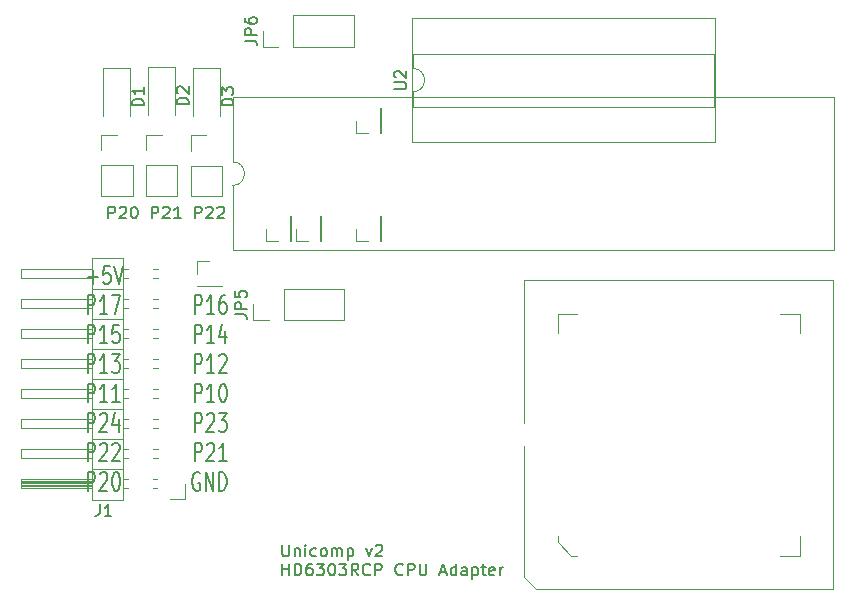
<source format=gbr>
%TF.GenerationSoftware,KiCad,Pcbnew,7.0.9-7.0.9~ubuntu20.04.1*%
%TF.CreationDate,2023-12-30T20:23:18+01:00*%
%TF.ProjectId,6303_PLCC,36333033-5f50-44c4-9343-2e6b69636164,rev?*%
%TF.SameCoordinates,Original*%
%TF.FileFunction,Legend,Top*%
%TF.FilePolarity,Positive*%
%FSLAX46Y46*%
G04 Gerber Fmt 4.6, Leading zero omitted, Abs format (unit mm)*
G04 Created by KiCad (PCBNEW 7.0.9-7.0.9~ubuntu20.04.1) date 2023-12-30 20:23:18*
%MOMM*%
%LPD*%
G01*
G04 APERTURE LIST*
%ADD10C,0.150000*%
%ADD11C,0.120000*%
%ADD12C,0.100000*%
G04 APERTURE END LIST*
D10*
X169179982Y-56965509D02*
X169179982Y-55415509D01*
X169179982Y-55415509D02*
X169599030Y-55415509D01*
X169599030Y-55415509D02*
X169703792Y-55489319D01*
X169703792Y-55489319D02*
X169756173Y-55563128D01*
X169756173Y-55563128D02*
X169808554Y-55710747D01*
X169808554Y-55710747D02*
X169808554Y-55932176D01*
X169808554Y-55932176D02*
X169756173Y-56079795D01*
X169756173Y-56079795D02*
X169703792Y-56153604D01*
X169703792Y-56153604D02*
X169599030Y-56227414D01*
X169599030Y-56227414D02*
X169179982Y-56227414D01*
X170856173Y-56965509D02*
X170227601Y-56965509D01*
X170541887Y-56965509D02*
X170541887Y-55415509D01*
X170541887Y-55415509D02*
X170437125Y-55636938D01*
X170437125Y-55636938D02*
X170332363Y-55784557D01*
X170332363Y-55784557D02*
X170227601Y-55858366D01*
X171799030Y-55415509D02*
X171589506Y-55415509D01*
X171589506Y-55415509D02*
X171484744Y-55489319D01*
X171484744Y-55489319D02*
X171432363Y-55563128D01*
X171432363Y-55563128D02*
X171327601Y-55784557D01*
X171327601Y-55784557D02*
X171275220Y-56079795D01*
X171275220Y-56079795D02*
X171275220Y-56670271D01*
X171275220Y-56670271D02*
X171327601Y-56817890D01*
X171327601Y-56817890D02*
X171379982Y-56891700D01*
X171379982Y-56891700D02*
X171484744Y-56965509D01*
X171484744Y-56965509D02*
X171694268Y-56965509D01*
X171694268Y-56965509D02*
X171799030Y-56891700D01*
X171799030Y-56891700D02*
X171851411Y-56817890D01*
X171851411Y-56817890D02*
X171903792Y-56670271D01*
X171903792Y-56670271D02*
X171903792Y-56301223D01*
X171903792Y-56301223D02*
X171851411Y-56153604D01*
X171851411Y-56153604D02*
X171799030Y-56079795D01*
X171799030Y-56079795D02*
X171694268Y-56005985D01*
X171694268Y-56005985D02*
X171484744Y-56005985D01*
X171484744Y-56005985D02*
X171379982Y-56079795D01*
X171379982Y-56079795D02*
X171327601Y-56153604D01*
X171327601Y-56153604D02*
X171275220Y-56301223D01*
X169179982Y-59461009D02*
X169179982Y-57911009D01*
X169179982Y-57911009D02*
X169599030Y-57911009D01*
X169599030Y-57911009D02*
X169703792Y-57984819D01*
X169703792Y-57984819D02*
X169756173Y-58058628D01*
X169756173Y-58058628D02*
X169808554Y-58206247D01*
X169808554Y-58206247D02*
X169808554Y-58427676D01*
X169808554Y-58427676D02*
X169756173Y-58575295D01*
X169756173Y-58575295D02*
X169703792Y-58649104D01*
X169703792Y-58649104D02*
X169599030Y-58722914D01*
X169599030Y-58722914D02*
X169179982Y-58722914D01*
X170856173Y-59461009D02*
X170227601Y-59461009D01*
X170541887Y-59461009D02*
X170541887Y-57911009D01*
X170541887Y-57911009D02*
X170437125Y-58132438D01*
X170437125Y-58132438D02*
X170332363Y-58280057D01*
X170332363Y-58280057D02*
X170227601Y-58353866D01*
X171799030Y-58427676D02*
X171799030Y-59461009D01*
X171537125Y-57837200D02*
X171275220Y-58944342D01*
X171275220Y-58944342D02*
X171956173Y-58944342D01*
X169179982Y-61956509D02*
X169179982Y-60406509D01*
X169179982Y-60406509D02*
X169599030Y-60406509D01*
X169599030Y-60406509D02*
X169703792Y-60480319D01*
X169703792Y-60480319D02*
X169756173Y-60554128D01*
X169756173Y-60554128D02*
X169808554Y-60701747D01*
X169808554Y-60701747D02*
X169808554Y-60923176D01*
X169808554Y-60923176D02*
X169756173Y-61070795D01*
X169756173Y-61070795D02*
X169703792Y-61144604D01*
X169703792Y-61144604D02*
X169599030Y-61218414D01*
X169599030Y-61218414D02*
X169179982Y-61218414D01*
X170856173Y-61956509D02*
X170227601Y-61956509D01*
X170541887Y-61956509D02*
X170541887Y-60406509D01*
X170541887Y-60406509D02*
X170437125Y-60627938D01*
X170437125Y-60627938D02*
X170332363Y-60775557D01*
X170332363Y-60775557D02*
X170227601Y-60849366D01*
X171275220Y-60554128D02*
X171327601Y-60480319D01*
X171327601Y-60480319D02*
X171432363Y-60406509D01*
X171432363Y-60406509D02*
X171694268Y-60406509D01*
X171694268Y-60406509D02*
X171799030Y-60480319D01*
X171799030Y-60480319D02*
X171851411Y-60554128D01*
X171851411Y-60554128D02*
X171903792Y-60701747D01*
X171903792Y-60701747D02*
X171903792Y-60849366D01*
X171903792Y-60849366D02*
X171851411Y-61070795D01*
X171851411Y-61070795D02*
X171222839Y-61956509D01*
X171222839Y-61956509D02*
X171903792Y-61956509D01*
X169179982Y-64452009D02*
X169179982Y-62902009D01*
X169179982Y-62902009D02*
X169599030Y-62902009D01*
X169599030Y-62902009D02*
X169703792Y-62975819D01*
X169703792Y-62975819D02*
X169756173Y-63049628D01*
X169756173Y-63049628D02*
X169808554Y-63197247D01*
X169808554Y-63197247D02*
X169808554Y-63418676D01*
X169808554Y-63418676D02*
X169756173Y-63566295D01*
X169756173Y-63566295D02*
X169703792Y-63640104D01*
X169703792Y-63640104D02*
X169599030Y-63713914D01*
X169599030Y-63713914D02*
X169179982Y-63713914D01*
X170856173Y-64452009D02*
X170227601Y-64452009D01*
X170541887Y-64452009D02*
X170541887Y-62902009D01*
X170541887Y-62902009D02*
X170437125Y-63123438D01*
X170437125Y-63123438D02*
X170332363Y-63271057D01*
X170332363Y-63271057D02*
X170227601Y-63344866D01*
X171537125Y-62902009D02*
X171641887Y-62902009D01*
X171641887Y-62902009D02*
X171746649Y-62975819D01*
X171746649Y-62975819D02*
X171799030Y-63049628D01*
X171799030Y-63049628D02*
X171851411Y-63197247D01*
X171851411Y-63197247D02*
X171903792Y-63492485D01*
X171903792Y-63492485D02*
X171903792Y-63861533D01*
X171903792Y-63861533D02*
X171851411Y-64156771D01*
X171851411Y-64156771D02*
X171799030Y-64304390D01*
X171799030Y-64304390D02*
X171746649Y-64378200D01*
X171746649Y-64378200D02*
X171641887Y-64452009D01*
X171641887Y-64452009D02*
X171537125Y-64452009D01*
X171537125Y-64452009D02*
X171432363Y-64378200D01*
X171432363Y-64378200D02*
X171379982Y-64304390D01*
X171379982Y-64304390D02*
X171327601Y-64156771D01*
X171327601Y-64156771D02*
X171275220Y-63861533D01*
X171275220Y-63861533D02*
X171275220Y-63492485D01*
X171275220Y-63492485D02*
X171327601Y-63197247D01*
X171327601Y-63197247D02*
X171379982Y-63049628D01*
X171379982Y-63049628D02*
X171432363Y-62975819D01*
X171432363Y-62975819D02*
X171537125Y-62902009D01*
X169179982Y-66947509D02*
X169179982Y-65397509D01*
X169179982Y-65397509D02*
X169599030Y-65397509D01*
X169599030Y-65397509D02*
X169703792Y-65471319D01*
X169703792Y-65471319D02*
X169756173Y-65545128D01*
X169756173Y-65545128D02*
X169808554Y-65692747D01*
X169808554Y-65692747D02*
X169808554Y-65914176D01*
X169808554Y-65914176D02*
X169756173Y-66061795D01*
X169756173Y-66061795D02*
X169703792Y-66135604D01*
X169703792Y-66135604D02*
X169599030Y-66209414D01*
X169599030Y-66209414D02*
X169179982Y-66209414D01*
X170227601Y-65545128D02*
X170279982Y-65471319D01*
X170279982Y-65471319D02*
X170384744Y-65397509D01*
X170384744Y-65397509D02*
X170646649Y-65397509D01*
X170646649Y-65397509D02*
X170751411Y-65471319D01*
X170751411Y-65471319D02*
X170803792Y-65545128D01*
X170803792Y-65545128D02*
X170856173Y-65692747D01*
X170856173Y-65692747D02*
X170856173Y-65840366D01*
X170856173Y-65840366D02*
X170803792Y-66061795D01*
X170803792Y-66061795D02*
X170175220Y-66947509D01*
X170175220Y-66947509D02*
X170856173Y-66947509D01*
X171222839Y-65397509D02*
X171903792Y-65397509D01*
X171903792Y-65397509D02*
X171537125Y-65987985D01*
X171537125Y-65987985D02*
X171694268Y-65987985D01*
X171694268Y-65987985D02*
X171799030Y-66061795D01*
X171799030Y-66061795D02*
X171851411Y-66135604D01*
X171851411Y-66135604D02*
X171903792Y-66283223D01*
X171903792Y-66283223D02*
X171903792Y-66652271D01*
X171903792Y-66652271D02*
X171851411Y-66799890D01*
X171851411Y-66799890D02*
X171799030Y-66873700D01*
X171799030Y-66873700D02*
X171694268Y-66947509D01*
X171694268Y-66947509D02*
X171379982Y-66947509D01*
X171379982Y-66947509D02*
X171275220Y-66873700D01*
X171275220Y-66873700D02*
X171222839Y-66799890D01*
X169179982Y-69443009D02*
X169179982Y-67893009D01*
X169179982Y-67893009D02*
X169599030Y-67893009D01*
X169599030Y-67893009D02*
X169703792Y-67966819D01*
X169703792Y-67966819D02*
X169756173Y-68040628D01*
X169756173Y-68040628D02*
X169808554Y-68188247D01*
X169808554Y-68188247D02*
X169808554Y-68409676D01*
X169808554Y-68409676D02*
X169756173Y-68557295D01*
X169756173Y-68557295D02*
X169703792Y-68631104D01*
X169703792Y-68631104D02*
X169599030Y-68704914D01*
X169599030Y-68704914D02*
X169179982Y-68704914D01*
X170227601Y-68040628D02*
X170279982Y-67966819D01*
X170279982Y-67966819D02*
X170384744Y-67893009D01*
X170384744Y-67893009D02*
X170646649Y-67893009D01*
X170646649Y-67893009D02*
X170751411Y-67966819D01*
X170751411Y-67966819D02*
X170803792Y-68040628D01*
X170803792Y-68040628D02*
X170856173Y-68188247D01*
X170856173Y-68188247D02*
X170856173Y-68335866D01*
X170856173Y-68335866D02*
X170803792Y-68557295D01*
X170803792Y-68557295D02*
X170175220Y-69443009D01*
X170175220Y-69443009D02*
X170856173Y-69443009D01*
X171903792Y-69443009D02*
X171275220Y-69443009D01*
X171589506Y-69443009D02*
X171589506Y-67893009D01*
X171589506Y-67893009D02*
X171484744Y-68114438D01*
X171484744Y-68114438D02*
X171379982Y-68262057D01*
X171379982Y-68262057D02*
X171275220Y-68335866D01*
X169599030Y-70462319D02*
X169494268Y-70388509D01*
X169494268Y-70388509D02*
X169337125Y-70388509D01*
X169337125Y-70388509D02*
X169179982Y-70462319D01*
X169179982Y-70462319D02*
X169075220Y-70609938D01*
X169075220Y-70609938D02*
X169022839Y-70757557D01*
X169022839Y-70757557D02*
X168970458Y-71052795D01*
X168970458Y-71052795D02*
X168970458Y-71274223D01*
X168970458Y-71274223D02*
X169022839Y-71569461D01*
X169022839Y-71569461D02*
X169075220Y-71717080D01*
X169075220Y-71717080D02*
X169179982Y-71864700D01*
X169179982Y-71864700D02*
X169337125Y-71938509D01*
X169337125Y-71938509D02*
X169441887Y-71938509D01*
X169441887Y-71938509D02*
X169599030Y-71864700D01*
X169599030Y-71864700D02*
X169651411Y-71790890D01*
X169651411Y-71790890D02*
X169651411Y-71274223D01*
X169651411Y-71274223D02*
X169441887Y-71274223D01*
X170122839Y-71938509D02*
X170122839Y-70388509D01*
X170122839Y-70388509D02*
X170751411Y-71938509D01*
X170751411Y-71938509D02*
X170751411Y-70388509D01*
X171275220Y-71938509D02*
X171275220Y-70388509D01*
X171275220Y-70388509D02*
X171537125Y-70388509D01*
X171537125Y-70388509D02*
X171694268Y-70462319D01*
X171694268Y-70462319D02*
X171799030Y-70609938D01*
X171799030Y-70609938D02*
X171851411Y-70757557D01*
X171851411Y-70757557D02*
X171903792Y-71052795D01*
X171903792Y-71052795D02*
X171903792Y-71274223D01*
X171903792Y-71274223D02*
X171851411Y-71569461D01*
X171851411Y-71569461D02*
X171799030Y-71717080D01*
X171799030Y-71717080D02*
X171694268Y-71864700D01*
X171694268Y-71864700D02*
X171537125Y-71938509D01*
X171537125Y-71938509D02*
X171275220Y-71938509D01*
X161880779Y-48891819D02*
X161880779Y-47891819D01*
X161880779Y-47891819D02*
X162261731Y-47891819D01*
X162261731Y-47891819D02*
X162356969Y-47939438D01*
X162356969Y-47939438D02*
X162404588Y-47987057D01*
X162404588Y-47987057D02*
X162452207Y-48082295D01*
X162452207Y-48082295D02*
X162452207Y-48225152D01*
X162452207Y-48225152D02*
X162404588Y-48320390D01*
X162404588Y-48320390D02*
X162356969Y-48368009D01*
X162356969Y-48368009D02*
X162261731Y-48415628D01*
X162261731Y-48415628D02*
X161880779Y-48415628D01*
X162833160Y-47987057D02*
X162880779Y-47939438D01*
X162880779Y-47939438D02*
X162976017Y-47891819D01*
X162976017Y-47891819D02*
X163214112Y-47891819D01*
X163214112Y-47891819D02*
X163309350Y-47939438D01*
X163309350Y-47939438D02*
X163356969Y-47987057D01*
X163356969Y-47987057D02*
X163404588Y-48082295D01*
X163404588Y-48082295D02*
X163404588Y-48177533D01*
X163404588Y-48177533D02*
X163356969Y-48320390D01*
X163356969Y-48320390D02*
X162785541Y-48891819D01*
X162785541Y-48891819D02*
X163404588Y-48891819D01*
X164023636Y-47891819D02*
X164118874Y-47891819D01*
X164118874Y-47891819D02*
X164214112Y-47939438D01*
X164214112Y-47939438D02*
X164261731Y-47987057D01*
X164261731Y-47987057D02*
X164309350Y-48082295D01*
X164309350Y-48082295D02*
X164356969Y-48272771D01*
X164356969Y-48272771D02*
X164356969Y-48510866D01*
X164356969Y-48510866D02*
X164309350Y-48701342D01*
X164309350Y-48701342D02*
X164261731Y-48796580D01*
X164261731Y-48796580D02*
X164214112Y-48844200D01*
X164214112Y-48844200D02*
X164118874Y-48891819D01*
X164118874Y-48891819D02*
X164023636Y-48891819D01*
X164023636Y-48891819D02*
X163928398Y-48844200D01*
X163928398Y-48844200D02*
X163880779Y-48796580D01*
X163880779Y-48796580D02*
X163833160Y-48701342D01*
X163833160Y-48701342D02*
X163785541Y-48510866D01*
X163785541Y-48510866D02*
X163785541Y-48272771D01*
X163785541Y-48272771D02*
X163833160Y-48082295D01*
X163833160Y-48082295D02*
X163880779Y-47987057D01*
X163880779Y-47987057D02*
X163928398Y-47939438D01*
X163928398Y-47939438D02*
X164023636Y-47891819D01*
X165547446Y-48891819D02*
X165547446Y-47891819D01*
X165547446Y-47891819D02*
X165928398Y-47891819D01*
X165928398Y-47891819D02*
X166023636Y-47939438D01*
X166023636Y-47939438D02*
X166071255Y-47987057D01*
X166071255Y-47987057D02*
X166118874Y-48082295D01*
X166118874Y-48082295D02*
X166118874Y-48225152D01*
X166118874Y-48225152D02*
X166071255Y-48320390D01*
X166071255Y-48320390D02*
X166023636Y-48368009D01*
X166023636Y-48368009D02*
X165928398Y-48415628D01*
X165928398Y-48415628D02*
X165547446Y-48415628D01*
X166499827Y-47987057D02*
X166547446Y-47939438D01*
X166547446Y-47939438D02*
X166642684Y-47891819D01*
X166642684Y-47891819D02*
X166880779Y-47891819D01*
X166880779Y-47891819D02*
X166976017Y-47939438D01*
X166976017Y-47939438D02*
X167023636Y-47987057D01*
X167023636Y-47987057D02*
X167071255Y-48082295D01*
X167071255Y-48082295D02*
X167071255Y-48177533D01*
X167071255Y-48177533D02*
X167023636Y-48320390D01*
X167023636Y-48320390D02*
X166452208Y-48891819D01*
X166452208Y-48891819D02*
X167071255Y-48891819D01*
X168023636Y-48891819D02*
X167452208Y-48891819D01*
X167737922Y-48891819D02*
X167737922Y-47891819D01*
X167737922Y-47891819D02*
X167642684Y-48034676D01*
X167642684Y-48034676D02*
X167547446Y-48129914D01*
X167547446Y-48129914D02*
X167452208Y-48177533D01*
X169214113Y-48891819D02*
X169214113Y-47891819D01*
X169214113Y-47891819D02*
X169595065Y-47891819D01*
X169595065Y-47891819D02*
X169690303Y-47939438D01*
X169690303Y-47939438D02*
X169737922Y-47987057D01*
X169737922Y-47987057D02*
X169785541Y-48082295D01*
X169785541Y-48082295D02*
X169785541Y-48225152D01*
X169785541Y-48225152D02*
X169737922Y-48320390D01*
X169737922Y-48320390D02*
X169690303Y-48368009D01*
X169690303Y-48368009D02*
X169595065Y-48415628D01*
X169595065Y-48415628D02*
X169214113Y-48415628D01*
X170166494Y-47987057D02*
X170214113Y-47939438D01*
X170214113Y-47939438D02*
X170309351Y-47891819D01*
X170309351Y-47891819D02*
X170547446Y-47891819D01*
X170547446Y-47891819D02*
X170642684Y-47939438D01*
X170642684Y-47939438D02*
X170690303Y-47987057D01*
X170690303Y-47987057D02*
X170737922Y-48082295D01*
X170737922Y-48082295D02*
X170737922Y-48177533D01*
X170737922Y-48177533D02*
X170690303Y-48320390D01*
X170690303Y-48320390D02*
X170118875Y-48891819D01*
X170118875Y-48891819D02*
X170737922Y-48891819D01*
X171118875Y-47987057D02*
X171166494Y-47939438D01*
X171166494Y-47939438D02*
X171261732Y-47891819D01*
X171261732Y-47891819D02*
X171499827Y-47891819D01*
X171499827Y-47891819D02*
X171595065Y-47939438D01*
X171595065Y-47939438D02*
X171642684Y-47987057D01*
X171642684Y-47987057D02*
X171690303Y-48082295D01*
X171690303Y-48082295D02*
X171690303Y-48177533D01*
X171690303Y-48177533D02*
X171642684Y-48320390D01*
X171642684Y-48320390D02*
X171071256Y-48891819D01*
X171071256Y-48891819D02*
X171690303Y-48891819D01*
X176612779Y-76507819D02*
X176612779Y-77317342D01*
X176612779Y-77317342D02*
X176660398Y-77412580D01*
X176660398Y-77412580D02*
X176708017Y-77460200D01*
X176708017Y-77460200D02*
X176803255Y-77507819D01*
X176803255Y-77507819D02*
X176993731Y-77507819D01*
X176993731Y-77507819D02*
X177088969Y-77460200D01*
X177088969Y-77460200D02*
X177136588Y-77412580D01*
X177136588Y-77412580D02*
X177184207Y-77317342D01*
X177184207Y-77317342D02*
X177184207Y-76507819D01*
X177660398Y-76841152D02*
X177660398Y-77507819D01*
X177660398Y-76936390D02*
X177708017Y-76888771D01*
X177708017Y-76888771D02*
X177803255Y-76841152D01*
X177803255Y-76841152D02*
X177946112Y-76841152D01*
X177946112Y-76841152D02*
X178041350Y-76888771D01*
X178041350Y-76888771D02*
X178088969Y-76984009D01*
X178088969Y-76984009D02*
X178088969Y-77507819D01*
X178565160Y-77507819D02*
X178565160Y-76841152D01*
X178565160Y-76507819D02*
X178517541Y-76555438D01*
X178517541Y-76555438D02*
X178565160Y-76603057D01*
X178565160Y-76603057D02*
X178612779Y-76555438D01*
X178612779Y-76555438D02*
X178565160Y-76507819D01*
X178565160Y-76507819D02*
X178565160Y-76603057D01*
X179469921Y-77460200D02*
X179374683Y-77507819D01*
X179374683Y-77507819D02*
X179184207Y-77507819D01*
X179184207Y-77507819D02*
X179088969Y-77460200D01*
X179088969Y-77460200D02*
X179041350Y-77412580D01*
X179041350Y-77412580D02*
X178993731Y-77317342D01*
X178993731Y-77317342D02*
X178993731Y-77031628D01*
X178993731Y-77031628D02*
X179041350Y-76936390D01*
X179041350Y-76936390D02*
X179088969Y-76888771D01*
X179088969Y-76888771D02*
X179184207Y-76841152D01*
X179184207Y-76841152D02*
X179374683Y-76841152D01*
X179374683Y-76841152D02*
X179469921Y-76888771D01*
X180041350Y-77507819D02*
X179946112Y-77460200D01*
X179946112Y-77460200D02*
X179898493Y-77412580D01*
X179898493Y-77412580D02*
X179850874Y-77317342D01*
X179850874Y-77317342D02*
X179850874Y-77031628D01*
X179850874Y-77031628D02*
X179898493Y-76936390D01*
X179898493Y-76936390D02*
X179946112Y-76888771D01*
X179946112Y-76888771D02*
X180041350Y-76841152D01*
X180041350Y-76841152D02*
X180184207Y-76841152D01*
X180184207Y-76841152D02*
X180279445Y-76888771D01*
X180279445Y-76888771D02*
X180327064Y-76936390D01*
X180327064Y-76936390D02*
X180374683Y-77031628D01*
X180374683Y-77031628D02*
X180374683Y-77317342D01*
X180374683Y-77317342D02*
X180327064Y-77412580D01*
X180327064Y-77412580D02*
X180279445Y-77460200D01*
X180279445Y-77460200D02*
X180184207Y-77507819D01*
X180184207Y-77507819D02*
X180041350Y-77507819D01*
X180803255Y-77507819D02*
X180803255Y-76841152D01*
X180803255Y-76936390D02*
X180850874Y-76888771D01*
X180850874Y-76888771D02*
X180946112Y-76841152D01*
X180946112Y-76841152D02*
X181088969Y-76841152D01*
X181088969Y-76841152D02*
X181184207Y-76888771D01*
X181184207Y-76888771D02*
X181231826Y-76984009D01*
X181231826Y-76984009D02*
X181231826Y-77507819D01*
X181231826Y-76984009D02*
X181279445Y-76888771D01*
X181279445Y-76888771D02*
X181374683Y-76841152D01*
X181374683Y-76841152D02*
X181517540Y-76841152D01*
X181517540Y-76841152D02*
X181612779Y-76888771D01*
X181612779Y-76888771D02*
X181660398Y-76984009D01*
X181660398Y-76984009D02*
X181660398Y-77507819D01*
X182136588Y-76841152D02*
X182136588Y-77841152D01*
X182136588Y-76888771D02*
X182231826Y-76841152D01*
X182231826Y-76841152D02*
X182422302Y-76841152D01*
X182422302Y-76841152D02*
X182517540Y-76888771D01*
X182517540Y-76888771D02*
X182565159Y-76936390D01*
X182565159Y-76936390D02*
X182612778Y-77031628D01*
X182612778Y-77031628D02*
X182612778Y-77317342D01*
X182612778Y-77317342D02*
X182565159Y-77412580D01*
X182565159Y-77412580D02*
X182517540Y-77460200D01*
X182517540Y-77460200D02*
X182422302Y-77507819D01*
X182422302Y-77507819D02*
X182231826Y-77507819D01*
X182231826Y-77507819D02*
X182136588Y-77460200D01*
X183708017Y-76841152D02*
X183946112Y-77507819D01*
X183946112Y-77507819D02*
X184184207Y-76841152D01*
X184517541Y-76603057D02*
X184565160Y-76555438D01*
X184565160Y-76555438D02*
X184660398Y-76507819D01*
X184660398Y-76507819D02*
X184898493Y-76507819D01*
X184898493Y-76507819D02*
X184993731Y-76555438D01*
X184993731Y-76555438D02*
X185041350Y-76603057D01*
X185041350Y-76603057D02*
X185088969Y-76698295D01*
X185088969Y-76698295D02*
X185088969Y-76793533D01*
X185088969Y-76793533D02*
X185041350Y-76936390D01*
X185041350Y-76936390D02*
X184469922Y-77507819D01*
X184469922Y-77507819D02*
X185088969Y-77507819D01*
X176612779Y-79117819D02*
X176612779Y-78117819D01*
X176612779Y-78594009D02*
X177184207Y-78594009D01*
X177184207Y-79117819D02*
X177184207Y-78117819D01*
X177660398Y-79117819D02*
X177660398Y-78117819D01*
X177660398Y-78117819D02*
X177898493Y-78117819D01*
X177898493Y-78117819D02*
X178041350Y-78165438D01*
X178041350Y-78165438D02*
X178136588Y-78260676D01*
X178136588Y-78260676D02*
X178184207Y-78355914D01*
X178184207Y-78355914D02*
X178231826Y-78546390D01*
X178231826Y-78546390D02*
X178231826Y-78689247D01*
X178231826Y-78689247D02*
X178184207Y-78879723D01*
X178184207Y-78879723D02*
X178136588Y-78974961D01*
X178136588Y-78974961D02*
X178041350Y-79070200D01*
X178041350Y-79070200D02*
X177898493Y-79117819D01*
X177898493Y-79117819D02*
X177660398Y-79117819D01*
X179088969Y-78117819D02*
X178898493Y-78117819D01*
X178898493Y-78117819D02*
X178803255Y-78165438D01*
X178803255Y-78165438D02*
X178755636Y-78213057D01*
X178755636Y-78213057D02*
X178660398Y-78355914D01*
X178660398Y-78355914D02*
X178612779Y-78546390D01*
X178612779Y-78546390D02*
X178612779Y-78927342D01*
X178612779Y-78927342D02*
X178660398Y-79022580D01*
X178660398Y-79022580D02*
X178708017Y-79070200D01*
X178708017Y-79070200D02*
X178803255Y-79117819D01*
X178803255Y-79117819D02*
X178993731Y-79117819D01*
X178993731Y-79117819D02*
X179088969Y-79070200D01*
X179088969Y-79070200D02*
X179136588Y-79022580D01*
X179136588Y-79022580D02*
X179184207Y-78927342D01*
X179184207Y-78927342D02*
X179184207Y-78689247D01*
X179184207Y-78689247D02*
X179136588Y-78594009D01*
X179136588Y-78594009D02*
X179088969Y-78546390D01*
X179088969Y-78546390D02*
X178993731Y-78498771D01*
X178993731Y-78498771D02*
X178803255Y-78498771D01*
X178803255Y-78498771D02*
X178708017Y-78546390D01*
X178708017Y-78546390D02*
X178660398Y-78594009D01*
X178660398Y-78594009D02*
X178612779Y-78689247D01*
X179517541Y-78117819D02*
X180136588Y-78117819D01*
X180136588Y-78117819D02*
X179803255Y-78498771D01*
X179803255Y-78498771D02*
X179946112Y-78498771D01*
X179946112Y-78498771D02*
X180041350Y-78546390D01*
X180041350Y-78546390D02*
X180088969Y-78594009D01*
X180088969Y-78594009D02*
X180136588Y-78689247D01*
X180136588Y-78689247D02*
X180136588Y-78927342D01*
X180136588Y-78927342D02*
X180088969Y-79022580D01*
X180088969Y-79022580D02*
X180041350Y-79070200D01*
X180041350Y-79070200D02*
X179946112Y-79117819D01*
X179946112Y-79117819D02*
X179660398Y-79117819D01*
X179660398Y-79117819D02*
X179565160Y-79070200D01*
X179565160Y-79070200D02*
X179517541Y-79022580D01*
X180755636Y-78117819D02*
X180850874Y-78117819D01*
X180850874Y-78117819D02*
X180946112Y-78165438D01*
X180946112Y-78165438D02*
X180993731Y-78213057D01*
X180993731Y-78213057D02*
X181041350Y-78308295D01*
X181041350Y-78308295D02*
X181088969Y-78498771D01*
X181088969Y-78498771D02*
X181088969Y-78736866D01*
X181088969Y-78736866D02*
X181041350Y-78927342D01*
X181041350Y-78927342D02*
X180993731Y-79022580D01*
X180993731Y-79022580D02*
X180946112Y-79070200D01*
X180946112Y-79070200D02*
X180850874Y-79117819D01*
X180850874Y-79117819D02*
X180755636Y-79117819D01*
X180755636Y-79117819D02*
X180660398Y-79070200D01*
X180660398Y-79070200D02*
X180612779Y-79022580D01*
X180612779Y-79022580D02*
X180565160Y-78927342D01*
X180565160Y-78927342D02*
X180517541Y-78736866D01*
X180517541Y-78736866D02*
X180517541Y-78498771D01*
X180517541Y-78498771D02*
X180565160Y-78308295D01*
X180565160Y-78308295D02*
X180612779Y-78213057D01*
X180612779Y-78213057D02*
X180660398Y-78165438D01*
X180660398Y-78165438D02*
X180755636Y-78117819D01*
X181422303Y-78117819D02*
X182041350Y-78117819D01*
X182041350Y-78117819D02*
X181708017Y-78498771D01*
X181708017Y-78498771D02*
X181850874Y-78498771D01*
X181850874Y-78498771D02*
X181946112Y-78546390D01*
X181946112Y-78546390D02*
X181993731Y-78594009D01*
X181993731Y-78594009D02*
X182041350Y-78689247D01*
X182041350Y-78689247D02*
X182041350Y-78927342D01*
X182041350Y-78927342D02*
X181993731Y-79022580D01*
X181993731Y-79022580D02*
X181946112Y-79070200D01*
X181946112Y-79070200D02*
X181850874Y-79117819D01*
X181850874Y-79117819D02*
X181565160Y-79117819D01*
X181565160Y-79117819D02*
X181469922Y-79070200D01*
X181469922Y-79070200D02*
X181422303Y-79022580D01*
X183041350Y-79117819D02*
X182708017Y-78641628D01*
X182469922Y-79117819D02*
X182469922Y-78117819D01*
X182469922Y-78117819D02*
X182850874Y-78117819D01*
X182850874Y-78117819D02*
X182946112Y-78165438D01*
X182946112Y-78165438D02*
X182993731Y-78213057D01*
X182993731Y-78213057D02*
X183041350Y-78308295D01*
X183041350Y-78308295D02*
X183041350Y-78451152D01*
X183041350Y-78451152D02*
X182993731Y-78546390D01*
X182993731Y-78546390D02*
X182946112Y-78594009D01*
X182946112Y-78594009D02*
X182850874Y-78641628D01*
X182850874Y-78641628D02*
X182469922Y-78641628D01*
X184041350Y-79022580D02*
X183993731Y-79070200D01*
X183993731Y-79070200D02*
X183850874Y-79117819D01*
X183850874Y-79117819D02*
X183755636Y-79117819D01*
X183755636Y-79117819D02*
X183612779Y-79070200D01*
X183612779Y-79070200D02*
X183517541Y-78974961D01*
X183517541Y-78974961D02*
X183469922Y-78879723D01*
X183469922Y-78879723D02*
X183422303Y-78689247D01*
X183422303Y-78689247D02*
X183422303Y-78546390D01*
X183422303Y-78546390D02*
X183469922Y-78355914D01*
X183469922Y-78355914D02*
X183517541Y-78260676D01*
X183517541Y-78260676D02*
X183612779Y-78165438D01*
X183612779Y-78165438D02*
X183755636Y-78117819D01*
X183755636Y-78117819D02*
X183850874Y-78117819D01*
X183850874Y-78117819D02*
X183993731Y-78165438D01*
X183993731Y-78165438D02*
X184041350Y-78213057D01*
X184469922Y-79117819D02*
X184469922Y-78117819D01*
X184469922Y-78117819D02*
X184850874Y-78117819D01*
X184850874Y-78117819D02*
X184946112Y-78165438D01*
X184946112Y-78165438D02*
X184993731Y-78213057D01*
X184993731Y-78213057D02*
X185041350Y-78308295D01*
X185041350Y-78308295D02*
X185041350Y-78451152D01*
X185041350Y-78451152D02*
X184993731Y-78546390D01*
X184993731Y-78546390D02*
X184946112Y-78594009D01*
X184946112Y-78594009D02*
X184850874Y-78641628D01*
X184850874Y-78641628D02*
X184469922Y-78641628D01*
X186803255Y-79022580D02*
X186755636Y-79070200D01*
X186755636Y-79070200D02*
X186612779Y-79117819D01*
X186612779Y-79117819D02*
X186517541Y-79117819D01*
X186517541Y-79117819D02*
X186374684Y-79070200D01*
X186374684Y-79070200D02*
X186279446Y-78974961D01*
X186279446Y-78974961D02*
X186231827Y-78879723D01*
X186231827Y-78879723D02*
X186184208Y-78689247D01*
X186184208Y-78689247D02*
X186184208Y-78546390D01*
X186184208Y-78546390D02*
X186231827Y-78355914D01*
X186231827Y-78355914D02*
X186279446Y-78260676D01*
X186279446Y-78260676D02*
X186374684Y-78165438D01*
X186374684Y-78165438D02*
X186517541Y-78117819D01*
X186517541Y-78117819D02*
X186612779Y-78117819D01*
X186612779Y-78117819D02*
X186755636Y-78165438D01*
X186755636Y-78165438D02*
X186803255Y-78213057D01*
X187231827Y-79117819D02*
X187231827Y-78117819D01*
X187231827Y-78117819D02*
X187612779Y-78117819D01*
X187612779Y-78117819D02*
X187708017Y-78165438D01*
X187708017Y-78165438D02*
X187755636Y-78213057D01*
X187755636Y-78213057D02*
X187803255Y-78308295D01*
X187803255Y-78308295D02*
X187803255Y-78451152D01*
X187803255Y-78451152D02*
X187755636Y-78546390D01*
X187755636Y-78546390D02*
X187708017Y-78594009D01*
X187708017Y-78594009D02*
X187612779Y-78641628D01*
X187612779Y-78641628D02*
X187231827Y-78641628D01*
X188231827Y-78117819D02*
X188231827Y-78927342D01*
X188231827Y-78927342D02*
X188279446Y-79022580D01*
X188279446Y-79022580D02*
X188327065Y-79070200D01*
X188327065Y-79070200D02*
X188422303Y-79117819D01*
X188422303Y-79117819D02*
X188612779Y-79117819D01*
X188612779Y-79117819D02*
X188708017Y-79070200D01*
X188708017Y-79070200D02*
X188755636Y-79022580D01*
X188755636Y-79022580D02*
X188803255Y-78927342D01*
X188803255Y-78927342D02*
X188803255Y-78117819D01*
X189993732Y-78832104D02*
X190469922Y-78832104D01*
X189898494Y-79117819D02*
X190231827Y-78117819D01*
X190231827Y-78117819D02*
X190565160Y-79117819D01*
X191327065Y-79117819D02*
X191327065Y-78117819D01*
X191327065Y-79070200D02*
X191231827Y-79117819D01*
X191231827Y-79117819D02*
X191041351Y-79117819D01*
X191041351Y-79117819D02*
X190946113Y-79070200D01*
X190946113Y-79070200D02*
X190898494Y-79022580D01*
X190898494Y-79022580D02*
X190850875Y-78927342D01*
X190850875Y-78927342D02*
X190850875Y-78641628D01*
X190850875Y-78641628D02*
X190898494Y-78546390D01*
X190898494Y-78546390D02*
X190946113Y-78498771D01*
X190946113Y-78498771D02*
X191041351Y-78451152D01*
X191041351Y-78451152D02*
X191231827Y-78451152D01*
X191231827Y-78451152D02*
X191327065Y-78498771D01*
X192231827Y-79117819D02*
X192231827Y-78594009D01*
X192231827Y-78594009D02*
X192184208Y-78498771D01*
X192184208Y-78498771D02*
X192088970Y-78451152D01*
X192088970Y-78451152D02*
X191898494Y-78451152D01*
X191898494Y-78451152D02*
X191803256Y-78498771D01*
X192231827Y-79070200D02*
X192136589Y-79117819D01*
X192136589Y-79117819D02*
X191898494Y-79117819D01*
X191898494Y-79117819D02*
X191803256Y-79070200D01*
X191803256Y-79070200D02*
X191755637Y-78974961D01*
X191755637Y-78974961D02*
X191755637Y-78879723D01*
X191755637Y-78879723D02*
X191803256Y-78784485D01*
X191803256Y-78784485D02*
X191898494Y-78736866D01*
X191898494Y-78736866D02*
X192136589Y-78736866D01*
X192136589Y-78736866D02*
X192231827Y-78689247D01*
X192708018Y-78451152D02*
X192708018Y-79451152D01*
X192708018Y-78498771D02*
X192803256Y-78451152D01*
X192803256Y-78451152D02*
X192993732Y-78451152D01*
X192993732Y-78451152D02*
X193088970Y-78498771D01*
X193088970Y-78498771D02*
X193136589Y-78546390D01*
X193136589Y-78546390D02*
X193184208Y-78641628D01*
X193184208Y-78641628D02*
X193184208Y-78927342D01*
X193184208Y-78927342D02*
X193136589Y-79022580D01*
X193136589Y-79022580D02*
X193088970Y-79070200D01*
X193088970Y-79070200D02*
X192993732Y-79117819D01*
X192993732Y-79117819D02*
X192803256Y-79117819D01*
X192803256Y-79117819D02*
X192708018Y-79070200D01*
X193469923Y-78451152D02*
X193850875Y-78451152D01*
X193612780Y-78117819D02*
X193612780Y-78974961D01*
X193612780Y-78974961D02*
X193660399Y-79070200D01*
X193660399Y-79070200D02*
X193755637Y-79117819D01*
X193755637Y-79117819D02*
X193850875Y-79117819D01*
X194565161Y-79070200D02*
X194469923Y-79117819D01*
X194469923Y-79117819D02*
X194279447Y-79117819D01*
X194279447Y-79117819D02*
X194184209Y-79070200D01*
X194184209Y-79070200D02*
X194136590Y-78974961D01*
X194136590Y-78974961D02*
X194136590Y-78594009D01*
X194136590Y-78594009D02*
X194184209Y-78498771D01*
X194184209Y-78498771D02*
X194279447Y-78451152D01*
X194279447Y-78451152D02*
X194469923Y-78451152D01*
X194469923Y-78451152D02*
X194565161Y-78498771D01*
X194565161Y-78498771D02*
X194612780Y-78594009D01*
X194612780Y-78594009D02*
X194612780Y-78689247D01*
X194612780Y-78689247D02*
X194136590Y-78784485D01*
X195041352Y-79117819D02*
X195041352Y-78451152D01*
X195041352Y-78641628D02*
X195088971Y-78546390D01*
X195088971Y-78546390D02*
X195136590Y-78498771D01*
X195136590Y-78498771D02*
X195231828Y-78451152D01*
X195231828Y-78451152D02*
X195327066Y-78451152D01*
X160126588Y-53879533D02*
X160964684Y-53879533D01*
X160545636Y-54470009D02*
X160545636Y-53289057D01*
X162012303Y-52920009D02*
X161488493Y-52920009D01*
X161488493Y-52920009D02*
X161436112Y-53658104D01*
X161436112Y-53658104D02*
X161488493Y-53584295D01*
X161488493Y-53584295D02*
X161593255Y-53510485D01*
X161593255Y-53510485D02*
X161855160Y-53510485D01*
X161855160Y-53510485D02*
X161959922Y-53584295D01*
X161959922Y-53584295D02*
X162012303Y-53658104D01*
X162012303Y-53658104D02*
X162064684Y-53805723D01*
X162064684Y-53805723D02*
X162064684Y-54174771D01*
X162064684Y-54174771D02*
X162012303Y-54322390D01*
X162012303Y-54322390D02*
X161959922Y-54396200D01*
X161959922Y-54396200D02*
X161855160Y-54470009D01*
X161855160Y-54470009D02*
X161593255Y-54470009D01*
X161593255Y-54470009D02*
X161488493Y-54396200D01*
X161488493Y-54396200D02*
X161436112Y-54322390D01*
X162378969Y-52920009D02*
X162745636Y-54470009D01*
X162745636Y-54470009D02*
X163112303Y-52920009D01*
X160126588Y-56965509D02*
X160126588Y-55415509D01*
X160126588Y-55415509D02*
X160545636Y-55415509D01*
X160545636Y-55415509D02*
X160650398Y-55489319D01*
X160650398Y-55489319D02*
X160702779Y-55563128D01*
X160702779Y-55563128D02*
X160755160Y-55710747D01*
X160755160Y-55710747D02*
X160755160Y-55932176D01*
X160755160Y-55932176D02*
X160702779Y-56079795D01*
X160702779Y-56079795D02*
X160650398Y-56153604D01*
X160650398Y-56153604D02*
X160545636Y-56227414D01*
X160545636Y-56227414D02*
X160126588Y-56227414D01*
X161802779Y-56965509D02*
X161174207Y-56965509D01*
X161488493Y-56965509D02*
X161488493Y-55415509D01*
X161488493Y-55415509D02*
X161383731Y-55636938D01*
X161383731Y-55636938D02*
X161278969Y-55784557D01*
X161278969Y-55784557D02*
X161174207Y-55858366D01*
X162169445Y-55415509D02*
X162902779Y-55415509D01*
X162902779Y-55415509D02*
X162431350Y-56965509D01*
X160126588Y-59461009D02*
X160126588Y-57911009D01*
X160126588Y-57911009D02*
X160545636Y-57911009D01*
X160545636Y-57911009D02*
X160650398Y-57984819D01*
X160650398Y-57984819D02*
X160702779Y-58058628D01*
X160702779Y-58058628D02*
X160755160Y-58206247D01*
X160755160Y-58206247D02*
X160755160Y-58427676D01*
X160755160Y-58427676D02*
X160702779Y-58575295D01*
X160702779Y-58575295D02*
X160650398Y-58649104D01*
X160650398Y-58649104D02*
X160545636Y-58722914D01*
X160545636Y-58722914D02*
X160126588Y-58722914D01*
X161802779Y-59461009D02*
X161174207Y-59461009D01*
X161488493Y-59461009D02*
X161488493Y-57911009D01*
X161488493Y-57911009D02*
X161383731Y-58132438D01*
X161383731Y-58132438D02*
X161278969Y-58280057D01*
X161278969Y-58280057D02*
X161174207Y-58353866D01*
X162798017Y-57911009D02*
X162274207Y-57911009D01*
X162274207Y-57911009D02*
X162221826Y-58649104D01*
X162221826Y-58649104D02*
X162274207Y-58575295D01*
X162274207Y-58575295D02*
X162378969Y-58501485D01*
X162378969Y-58501485D02*
X162640874Y-58501485D01*
X162640874Y-58501485D02*
X162745636Y-58575295D01*
X162745636Y-58575295D02*
X162798017Y-58649104D01*
X162798017Y-58649104D02*
X162850398Y-58796723D01*
X162850398Y-58796723D02*
X162850398Y-59165771D01*
X162850398Y-59165771D02*
X162798017Y-59313390D01*
X162798017Y-59313390D02*
X162745636Y-59387200D01*
X162745636Y-59387200D02*
X162640874Y-59461009D01*
X162640874Y-59461009D02*
X162378969Y-59461009D01*
X162378969Y-59461009D02*
X162274207Y-59387200D01*
X162274207Y-59387200D02*
X162221826Y-59313390D01*
X160126588Y-61956509D02*
X160126588Y-60406509D01*
X160126588Y-60406509D02*
X160545636Y-60406509D01*
X160545636Y-60406509D02*
X160650398Y-60480319D01*
X160650398Y-60480319D02*
X160702779Y-60554128D01*
X160702779Y-60554128D02*
X160755160Y-60701747D01*
X160755160Y-60701747D02*
X160755160Y-60923176D01*
X160755160Y-60923176D02*
X160702779Y-61070795D01*
X160702779Y-61070795D02*
X160650398Y-61144604D01*
X160650398Y-61144604D02*
X160545636Y-61218414D01*
X160545636Y-61218414D02*
X160126588Y-61218414D01*
X161802779Y-61956509D02*
X161174207Y-61956509D01*
X161488493Y-61956509D02*
X161488493Y-60406509D01*
X161488493Y-60406509D02*
X161383731Y-60627938D01*
X161383731Y-60627938D02*
X161278969Y-60775557D01*
X161278969Y-60775557D02*
X161174207Y-60849366D01*
X162169445Y-60406509D02*
X162850398Y-60406509D01*
X162850398Y-60406509D02*
X162483731Y-60996985D01*
X162483731Y-60996985D02*
X162640874Y-60996985D01*
X162640874Y-60996985D02*
X162745636Y-61070795D01*
X162745636Y-61070795D02*
X162798017Y-61144604D01*
X162798017Y-61144604D02*
X162850398Y-61292223D01*
X162850398Y-61292223D02*
X162850398Y-61661271D01*
X162850398Y-61661271D02*
X162798017Y-61808890D01*
X162798017Y-61808890D02*
X162745636Y-61882700D01*
X162745636Y-61882700D02*
X162640874Y-61956509D01*
X162640874Y-61956509D02*
X162326588Y-61956509D01*
X162326588Y-61956509D02*
X162221826Y-61882700D01*
X162221826Y-61882700D02*
X162169445Y-61808890D01*
X160126588Y-64452009D02*
X160126588Y-62902009D01*
X160126588Y-62902009D02*
X160545636Y-62902009D01*
X160545636Y-62902009D02*
X160650398Y-62975819D01*
X160650398Y-62975819D02*
X160702779Y-63049628D01*
X160702779Y-63049628D02*
X160755160Y-63197247D01*
X160755160Y-63197247D02*
X160755160Y-63418676D01*
X160755160Y-63418676D02*
X160702779Y-63566295D01*
X160702779Y-63566295D02*
X160650398Y-63640104D01*
X160650398Y-63640104D02*
X160545636Y-63713914D01*
X160545636Y-63713914D02*
X160126588Y-63713914D01*
X161802779Y-64452009D02*
X161174207Y-64452009D01*
X161488493Y-64452009D02*
X161488493Y-62902009D01*
X161488493Y-62902009D02*
X161383731Y-63123438D01*
X161383731Y-63123438D02*
X161278969Y-63271057D01*
X161278969Y-63271057D02*
X161174207Y-63344866D01*
X162850398Y-64452009D02*
X162221826Y-64452009D01*
X162536112Y-64452009D02*
X162536112Y-62902009D01*
X162536112Y-62902009D02*
X162431350Y-63123438D01*
X162431350Y-63123438D02*
X162326588Y-63271057D01*
X162326588Y-63271057D02*
X162221826Y-63344866D01*
X160126588Y-66947509D02*
X160126588Y-65397509D01*
X160126588Y-65397509D02*
X160545636Y-65397509D01*
X160545636Y-65397509D02*
X160650398Y-65471319D01*
X160650398Y-65471319D02*
X160702779Y-65545128D01*
X160702779Y-65545128D02*
X160755160Y-65692747D01*
X160755160Y-65692747D02*
X160755160Y-65914176D01*
X160755160Y-65914176D02*
X160702779Y-66061795D01*
X160702779Y-66061795D02*
X160650398Y-66135604D01*
X160650398Y-66135604D02*
X160545636Y-66209414D01*
X160545636Y-66209414D02*
X160126588Y-66209414D01*
X161174207Y-65545128D02*
X161226588Y-65471319D01*
X161226588Y-65471319D02*
X161331350Y-65397509D01*
X161331350Y-65397509D02*
X161593255Y-65397509D01*
X161593255Y-65397509D02*
X161698017Y-65471319D01*
X161698017Y-65471319D02*
X161750398Y-65545128D01*
X161750398Y-65545128D02*
X161802779Y-65692747D01*
X161802779Y-65692747D02*
X161802779Y-65840366D01*
X161802779Y-65840366D02*
X161750398Y-66061795D01*
X161750398Y-66061795D02*
X161121826Y-66947509D01*
X161121826Y-66947509D02*
X161802779Y-66947509D01*
X162745636Y-65914176D02*
X162745636Y-66947509D01*
X162483731Y-65323700D02*
X162221826Y-66430842D01*
X162221826Y-66430842D02*
X162902779Y-66430842D01*
X160126588Y-69443009D02*
X160126588Y-67893009D01*
X160126588Y-67893009D02*
X160545636Y-67893009D01*
X160545636Y-67893009D02*
X160650398Y-67966819D01*
X160650398Y-67966819D02*
X160702779Y-68040628D01*
X160702779Y-68040628D02*
X160755160Y-68188247D01*
X160755160Y-68188247D02*
X160755160Y-68409676D01*
X160755160Y-68409676D02*
X160702779Y-68557295D01*
X160702779Y-68557295D02*
X160650398Y-68631104D01*
X160650398Y-68631104D02*
X160545636Y-68704914D01*
X160545636Y-68704914D02*
X160126588Y-68704914D01*
X161174207Y-68040628D02*
X161226588Y-67966819D01*
X161226588Y-67966819D02*
X161331350Y-67893009D01*
X161331350Y-67893009D02*
X161593255Y-67893009D01*
X161593255Y-67893009D02*
X161698017Y-67966819D01*
X161698017Y-67966819D02*
X161750398Y-68040628D01*
X161750398Y-68040628D02*
X161802779Y-68188247D01*
X161802779Y-68188247D02*
X161802779Y-68335866D01*
X161802779Y-68335866D02*
X161750398Y-68557295D01*
X161750398Y-68557295D02*
X161121826Y-69443009D01*
X161121826Y-69443009D02*
X161802779Y-69443009D01*
X162221826Y-68040628D02*
X162274207Y-67966819D01*
X162274207Y-67966819D02*
X162378969Y-67893009D01*
X162378969Y-67893009D02*
X162640874Y-67893009D01*
X162640874Y-67893009D02*
X162745636Y-67966819D01*
X162745636Y-67966819D02*
X162798017Y-68040628D01*
X162798017Y-68040628D02*
X162850398Y-68188247D01*
X162850398Y-68188247D02*
X162850398Y-68335866D01*
X162850398Y-68335866D02*
X162798017Y-68557295D01*
X162798017Y-68557295D02*
X162169445Y-69443009D01*
X162169445Y-69443009D02*
X162850398Y-69443009D01*
X160126588Y-71938509D02*
X160126588Y-70388509D01*
X160126588Y-70388509D02*
X160545636Y-70388509D01*
X160545636Y-70388509D02*
X160650398Y-70462319D01*
X160650398Y-70462319D02*
X160702779Y-70536128D01*
X160702779Y-70536128D02*
X160755160Y-70683747D01*
X160755160Y-70683747D02*
X160755160Y-70905176D01*
X160755160Y-70905176D02*
X160702779Y-71052795D01*
X160702779Y-71052795D02*
X160650398Y-71126604D01*
X160650398Y-71126604D02*
X160545636Y-71200414D01*
X160545636Y-71200414D02*
X160126588Y-71200414D01*
X161174207Y-70536128D02*
X161226588Y-70462319D01*
X161226588Y-70462319D02*
X161331350Y-70388509D01*
X161331350Y-70388509D02*
X161593255Y-70388509D01*
X161593255Y-70388509D02*
X161698017Y-70462319D01*
X161698017Y-70462319D02*
X161750398Y-70536128D01*
X161750398Y-70536128D02*
X161802779Y-70683747D01*
X161802779Y-70683747D02*
X161802779Y-70831366D01*
X161802779Y-70831366D02*
X161750398Y-71052795D01*
X161750398Y-71052795D02*
X161121826Y-71938509D01*
X161121826Y-71938509D02*
X161802779Y-71938509D01*
X162483731Y-70388509D02*
X162588493Y-70388509D01*
X162588493Y-70388509D02*
X162693255Y-70462319D01*
X162693255Y-70462319D02*
X162745636Y-70536128D01*
X162745636Y-70536128D02*
X162798017Y-70683747D01*
X162798017Y-70683747D02*
X162850398Y-70978985D01*
X162850398Y-70978985D02*
X162850398Y-71348033D01*
X162850398Y-71348033D02*
X162798017Y-71643271D01*
X162798017Y-71643271D02*
X162745636Y-71790890D01*
X162745636Y-71790890D02*
X162693255Y-71864700D01*
X162693255Y-71864700D02*
X162588493Y-71938509D01*
X162588493Y-71938509D02*
X162483731Y-71938509D01*
X162483731Y-71938509D02*
X162378969Y-71864700D01*
X162378969Y-71864700D02*
X162326588Y-71790890D01*
X162326588Y-71790890D02*
X162274207Y-71643271D01*
X162274207Y-71643271D02*
X162221826Y-71348033D01*
X162221826Y-71348033D02*
X162221826Y-70978985D01*
X162221826Y-70978985D02*
X162274207Y-70683747D01*
X162274207Y-70683747D02*
X162326588Y-70536128D01*
X162326588Y-70536128D02*
X162378969Y-70462319D01*
X162378969Y-70462319D02*
X162483731Y-70388509D01*
X161143666Y-73098819D02*
X161143666Y-73813104D01*
X161143666Y-73813104D02*
X161096047Y-73955961D01*
X161096047Y-73955961D02*
X161000809Y-74051200D01*
X161000809Y-74051200D02*
X160857952Y-74098819D01*
X160857952Y-74098819D02*
X160762714Y-74098819D01*
X162143666Y-74098819D02*
X161572238Y-74098819D01*
X161857952Y-74098819D02*
X161857952Y-73098819D01*
X161857952Y-73098819D02*
X161762714Y-73241676D01*
X161762714Y-73241676D02*
X161667476Y-73336914D01*
X161667476Y-73336914D02*
X161572238Y-73384533D01*
X172588019Y-57018133D02*
X173302304Y-57018133D01*
X173302304Y-57018133D02*
X173445161Y-57065752D01*
X173445161Y-57065752D02*
X173540400Y-57160990D01*
X173540400Y-57160990D02*
X173588019Y-57303847D01*
X173588019Y-57303847D02*
X173588019Y-57399085D01*
X173588019Y-56541942D02*
X172588019Y-56541942D01*
X172588019Y-56541942D02*
X172588019Y-56160990D01*
X172588019Y-56160990D02*
X172635638Y-56065752D01*
X172635638Y-56065752D02*
X172683257Y-56018133D01*
X172683257Y-56018133D02*
X172778495Y-55970514D01*
X172778495Y-55970514D02*
X172921352Y-55970514D01*
X172921352Y-55970514D02*
X173016590Y-56018133D01*
X173016590Y-56018133D02*
X173064209Y-56065752D01*
X173064209Y-56065752D02*
X173111828Y-56160990D01*
X173111828Y-56160990D02*
X173111828Y-56541942D01*
X172588019Y-55065752D02*
X172588019Y-55541942D01*
X172588019Y-55541942D02*
X173064209Y-55589561D01*
X173064209Y-55589561D02*
X173016590Y-55541942D01*
X173016590Y-55541942D02*
X172968971Y-55446704D01*
X172968971Y-55446704D02*
X172968971Y-55208609D01*
X172968971Y-55208609D02*
X173016590Y-55113371D01*
X173016590Y-55113371D02*
X173064209Y-55065752D01*
X173064209Y-55065752D02*
X173159447Y-55018133D01*
X173159447Y-55018133D02*
X173397542Y-55018133D01*
X173397542Y-55018133D02*
X173492780Y-55065752D01*
X173492780Y-55065752D02*
X173540400Y-55113371D01*
X173540400Y-55113371D02*
X173588019Y-55208609D01*
X173588019Y-55208609D02*
X173588019Y-55446704D01*
X173588019Y-55446704D02*
X173540400Y-55541942D01*
X173540400Y-55541942D02*
X173492780Y-55589561D01*
X168674819Y-39250594D02*
X167674819Y-39250594D01*
X167674819Y-39250594D02*
X167674819Y-39012499D01*
X167674819Y-39012499D02*
X167722438Y-38869642D01*
X167722438Y-38869642D02*
X167817676Y-38774404D01*
X167817676Y-38774404D02*
X167912914Y-38726785D01*
X167912914Y-38726785D02*
X168103390Y-38679166D01*
X168103390Y-38679166D02*
X168246247Y-38679166D01*
X168246247Y-38679166D02*
X168436723Y-38726785D01*
X168436723Y-38726785D02*
X168531961Y-38774404D01*
X168531961Y-38774404D02*
X168627200Y-38869642D01*
X168627200Y-38869642D02*
X168674819Y-39012499D01*
X168674819Y-39012499D02*
X168674819Y-39250594D01*
X167770057Y-38298213D02*
X167722438Y-38250594D01*
X167722438Y-38250594D02*
X167674819Y-38155356D01*
X167674819Y-38155356D02*
X167674819Y-37917261D01*
X167674819Y-37917261D02*
X167722438Y-37822023D01*
X167722438Y-37822023D02*
X167770057Y-37774404D01*
X167770057Y-37774404D02*
X167865295Y-37726785D01*
X167865295Y-37726785D02*
X167960533Y-37726785D01*
X167960533Y-37726785D02*
X168103390Y-37774404D01*
X168103390Y-37774404D02*
X168674819Y-38345832D01*
X168674819Y-38345832D02*
X168674819Y-37726785D01*
X173444819Y-33853333D02*
X174159104Y-33853333D01*
X174159104Y-33853333D02*
X174301961Y-33900952D01*
X174301961Y-33900952D02*
X174397200Y-33996190D01*
X174397200Y-33996190D02*
X174444819Y-34139047D01*
X174444819Y-34139047D02*
X174444819Y-34234285D01*
X174444819Y-33377142D02*
X173444819Y-33377142D01*
X173444819Y-33377142D02*
X173444819Y-32996190D01*
X173444819Y-32996190D02*
X173492438Y-32900952D01*
X173492438Y-32900952D02*
X173540057Y-32853333D01*
X173540057Y-32853333D02*
X173635295Y-32805714D01*
X173635295Y-32805714D02*
X173778152Y-32805714D01*
X173778152Y-32805714D02*
X173873390Y-32853333D01*
X173873390Y-32853333D02*
X173921009Y-32900952D01*
X173921009Y-32900952D02*
X173968628Y-32996190D01*
X173968628Y-32996190D02*
X173968628Y-33377142D01*
X173444819Y-31948571D02*
X173444819Y-32139047D01*
X173444819Y-32139047D02*
X173492438Y-32234285D01*
X173492438Y-32234285D02*
X173540057Y-32281904D01*
X173540057Y-32281904D02*
X173682914Y-32377142D01*
X173682914Y-32377142D02*
X173873390Y-32424761D01*
X173873390Y-32424761D02*
X174254342Y-32424761D01*
X174254342Y-32424761D02*
X174349580Y-32377142D01*
X174349580Y-32377142D02*
X174397200Y-32329523D01*
X174397200Y-32329523D02*
X174444819Y-32234285D01*
X174444819Y-32234285D02*
X174444819Y-32043809D01*
X174444819Y-32043809D02*
X174397200Y-31948571D01*
X174397200Y-31948571D02*
X174349580Y-31900952D01*
X174349580Y-31900952D02*
X174254342Y-31853333D01*
X174254342Y-31853333D02*
X174016247Y-31853333D01*
X174016247Y-31853333D02*
X173921009Y-31900952D01*
X173921009Y-31900952D02*
X173873390Y-31948571D01*
X173873390Y-31948571D02*
X173825771Y-32043809D01*
X173825771Y-32043809D02*
X173825771Y-32234285D01*
X173825771Y-32234285D02*
X173873390Y-32329523D01*
X173873390Y-32329523D02*
X173921009Y-32377142D01*
X173921009Y-32377142D02*
X174016247Y-32424761D01*
X172474819Y-39338094D02*
X171474819Y-39338094D01*
X171474819Y-39338094D02*
X171474819Y-39099999D01*
X171474819Y-39099999D02*
X171522438Y-38957142D01*
X171522438Y-38957142D02*
X171617676Y-38861904D01*
X171617676Y-38861904D02*
X171712914Y-38814285D01*
X171712914Y-38814285D02*
X171903390Y-38766666D01*
X171903390Y-38766666D02*
X172046247Y-38766666D01*
X172046247Y-38766666D02*
X172236723Y-38814285D01*
X172236723Y-38814285D02*
X172331961Y-38861904D01*
X172331961Y-38861904D02*
X172427200Y-38957142D01*
X172427200Y-38957142D02*
X172474819Y-39099999D01*
X172474819Y-39099999D02*
X172474819Y-39338094D01*
X171474819Y-38433332D02*
X171474819Y-37814285D01*
X171474819Y-37814285D02*
X171855771Y-38147618D01*
X171855771Y-38147618D02*
X171855771Y-38004761D01*
X171855771Y-38004761D02*
X171903390Y-37909523D01*
X171903390Y-37909523D02*
X171951009Y-37861904D01*
X171951009Y-37861904D02*
X172046247Y-37814285D01*
X172046247Y-37814285D02*
X172284342Y-37814285D01*
X172284342Y-37814285D02*
X172379580Y-37861904D01*
X172379580Y-37861904D02*
X172427200Y-37909523D01*
X172427200Y-37909523D02*
X172474819Y-38004761D01*
X172474819Y-38004761D02*
X172474819Y-38290475D01*
X172474819Y-38290475D02*
X172427200Y-38385713D01*
X172427200Y-38385713D02*
X172379580Y-38433332D01*
X186100819Y-37951904D02*
X186910342Y-37951904D01*
X186910342Y-37951904D02*
X187005580Y-37904285D01*
X187005580Y-37904285D02*
X187053200Y-37856666D01*
X187053200Y-37856666D02*
X187100819Y-37761428D01*
X187100819Y-37761428D02*
X187100819Y-37570952D01*
X187100819Y-37570952D02*
X187053200Y-37475714D01*
X187053200Y-37475714D02*
X187005580Y-37428095D01*
X187005580Y-37428095D02*
X186910342Y-37380476D01*
X186910342Y-37380476D02*
X186100819Y-37380476D01*
X186196057Y-36951904D02*
X186148438Y-36904285D01*
X186148438Y-36904285D02*
X186100819Y-36809047D01*
X186100819Y-36809047D02*
X186100819Y-36570952D01*
X186100819Y-36570952D02*
X186148438Y-36475714D01*
X186148438Y-36475714D02*
X186196057Y-36428095D01*
X186196057Y-36428095D02*
X186291295Y-36380476D01*
X186291295Y-36380476D02*
X186386533Y-36380476D01*
X186386533Y-36380476D02*
X186529390Y-36428095D01*
X186529390Y-36428095D02*
X187100819Y-36999523D01*
X187100819Y-36999523D02*
X187100819Y-36380476D01*
X164874819Y-39338094D02*
X163874819Y-39338094D01*
X163874819Y-39338094D02*
X163874819Y-39099999D01*
X163874819Y-39099999D02*
X163922438Y-38957142D01*
X163922438Y-38957142D02*
X164017676Y-38861904D01*
X164017676Y-38861904D02*
X164112914Y-38814285D01*
X164112914Y-38814285D02*
X164303390Y-38766666D01*
X164303390Y-38766666D02*
X164446247Y-38766666D01*
X164446247Y-38766666D02*
X164636723Y-38814285D01*
X164636723Y-38814285D02*
X164731961Y-38861904D01*
X164731961Y-38861904D02*
X164827200Y-38957142D01*
X164827200Y-38957142D02*
X164874819Y-39099999D01*
X164874819Y-39099999D02*
X164874819Y-39338094D01*
X164874819Y-37814285D02*
X164874819Y-38385713D01*
X164874819Y-38099999D02*
X163874819Y-38099999D01*
X163874819Y-38099999D02*
X164017676Y-38195237D01*
X164017676Y-38195237D02*
X164112914Y-38290475D01*
X164112914Y-38290475D02*
X164160533Y-38385713D01*
D11*
%TO.C,J1*%
X168402000Y-72644000D02*
X167132000Y-72644000D01*
X168402000Y-71374000D02*
X168402000Y-72644000D01*
X166089071Y-69214000D02*
X165634929Y-69214000D01*
X166089071Y-68454000D02*
X165634929Y-68454000D01*
X166089071Y-66674000D02*
X165634929Y-66674000D01*
X166089071Y-65914000D02*
X165634929Y-65914000D01*
X166089071Y-64134000D02*
X165634929Y-64134000D01*
X166089071Y-63374000D02*
X165634929Y-63374000D01*
X166089071Y-61594000D02*
X165634929Y-61594000D01*
X166089071Y-60834000D02*
X165634929Y-60834000D01*
X166089071Y-59054000D02*
X165634929Y-59054000D01*
X166089071Y-58294000D02*
X165634929Y-58294000D01*
X166089071Y-56514000D02*
X165634929Y-56514000D01*
X166089071Y-55754000D02*
X165634929Y-55754000D01*
X166089071Y-53974000D02*
X165634929Y-53974000D01*
X166089071Y-53214000D02*
X165634929Y-53214000D01*
X166022000Y-71754000D02*
X165634929Y-71754000D01*
X166022000Y-70994000D02*
X165634929Y-70994000D01*
X163549071Y-71754000D02*
X163152000Y-71754000D01*
X163549071Y-70994000D02*
X163152000Y-70994000D01*
X163549071Y-69214000D02*
X163152000Y-69214000D01*
X163549071Y-68454000D02*
X163152000Y-68454000D01*
X163549071Y-66674000D02*
X163152000Y-66674000D01*
X163549071Y-65914000D02*
X163152000Y-65914000D01*
X163549071Y-64134000D02*
X163152000Y-64134000D01*
X163549071Y-63374000D02*
X163152000Y-63374000D01*
X163549071Y-61594000D02*
X163152000Y-61594000D01*
X163549071Y-60834000D02*
X163152000Y-60834000D01*
X163549071Y-59054000D02*
X163152000Y-59054000D01*
X163549071Y-58294000D02*
X163152000Y-58294000D01*
X163549071Y-56514000D02*
X163152000Y-56514000D01*
X163549071Y-55754000D02*
X163152000Y-55754000D01*
X163549071Y-53974000D02*
X163152000Y-53974000D01*
X163549071Y-53214000D02*
X163152000Y-53214000D01*
X163152000Y-72704000D02*
X163152000Y-52264000D01*
X163152000Y-70104000D02*
X160492000Y-70104000D01*
X163152000Y-67564000D02*
X160492000Y-67564000D01*
X163152000Y-65024000D02*
X160492000Y-65024000D01*
X163152000Y-62484000D02*
X160492000Y-62484000D01*
X163152000Y-59944000D02*
X160492000Y-59944000D01*
X163152000Y-57404000D02*
X160492000Y-57404000D01*
X163152000Y-54864000D02*
X160492000Y-54864000D01*
X163152000Y-52264000D02*
X160492000Y-52264000D01*
X160492000Y-72704000D02*
X163152000Y-72704000D01*
X160492000Y-71754000D02*
X154492000Y-71754000D01*
X160492000Y-71694000D02*
X154492000Y-71694000D01*
X160492000Y-71574000D02*
X154492000Y-71574000D01*
X160492000Y-71454000D02*
X154492000Y-71454000D01*
X160492000Y-71334000D02*
X154492000Y-71334000D01*
X160492000Y-71214000D02*
X154492000Y-71214000D01*
X160492000Y-71094000D02*
X154492000Y-71094000D01*
X160492000Y-69214000D02*
X154492000Y-69214000D01*
X160492000Y-66674000D02*
X154492000Y-66674000D01*
X160492000Y-64134000D02*
X154492000Y-64134000D01*
X160492000Y-61594000D02*
X154492000Y-61594000D01*
X160492000Y-59054000D02*
X154492000Y-59054000D01*
X160492000Y-56514000D02*
X154492000Y-56514000D01*
X160492000Y-53974000D02*
X154492000Y-53974000D01*
X160492000Y-52264000D02*
X160492000Y-72704000D01*
X154492000Y-71754000D02*
X154492000Y-70994000D01*
X154492000Y-70994000D02*
X160492000Y-70994000D01*
X154492000Y-69214000D02*
X154492000Y-68454000D01*
X154492000Y-68454000D02*
X160492000Y-68454000D01*
X154492000Y-66674000D02*
X154492000Y-65914000D01*
X154492000Y-65914000D02*
X160492000Y-65914000D01*
X154492000Y-64134000D02*
X154492000Y-63374000D01*
X154492000Y-63374000D02*
X160492000Y-63374000D01*
X154492000Y-61594000D02*
X154492000Y-60834000D01*
X154492000Y-60834000D02*
X160492000Y-60834000D01*
X154492000Y-59054000D02*
X154492000Y-58294000D01*
X154492000Y-58294000D02*
X160492000Y-58294000D01*
X154492000Y-56514000D02*
X154492000Y-55754000D01*
X154492000Y-55754000D02*
X160492000Y-55754000D01*
X154492000Y-53974000D02*
X154492000Y-53214000D01*
X154492000Y-53214000D02*
X160492000Y-53214000D01*
%TO.C,JP3*%
X168850000Y-41824000D02*
X170180000Y-41824000D01*
X168850000Y-43154000D02*
X168850000Y-41824000D01*
X168850000Y-44424000D02*
X168850000Y-47024000D01*
X168850000Y-44424000D02*
X171510000Y-44424000D01*
X168850000Y-47024000D02*
X171510000Y-47024000D01*
X171510000Y-44424000D02*
X171510000Y-47024000D01*
%TO.C,JP1*%
X161270000Y-41795000D02*
X162600000Y-41795000D01*
X161270000Y-43125000D02*
X161270000Y-41795000D01*
X161270000Y-44395000D02*
X161270000Y-46995000D01*
X161270000Y-44395000D02*
X163930000Y-44395000D01*
X161270000Y-46995000D02*
X163930000Y-46995000D01*
X163930000Y-44395000D02*
X163930000Y-46995000D01*
%TO.C,JP5*%
X174133200Y-57514800D02*
X174133200Y-56184800D01*
X175463200Y-57514800D02*
X174133200Y-57514800D01*
X176733200Y-57514800D02*
X181873200Y-57514800D01*
X176733200Y-57514800D02*
X176733200Y-54854800D01*
X181873200Y-57514800D02*
X181873200Y-54854800D01*
X176733200Y-54854800D02*
X181873200Y-54854800D01*
%TO.C,J4*%
X182836000Y-41700000D02*
X182836000Y-40640000D01*
X183896000Y-41700000D02*
X182836000Y-41700000D01*
X184896000Y-41700000D02*
X184956000Y-41700000D01*
X184896000Y-41700000D02*
X184896000Y-39580000D01*
X184956000Y-41700000D02*
X184956000Y-39580000D01*
X184896000Y-39580000D02*
X184956000Y-39580000D01*
%TO.C,U3*%
X172406000Y-51570400D02*
X223326000Y-51570400D01*
X223326000Y-51570400D02*
X223326000Y-38650400D01*
X172406000Y-46110400D02*
X172406000Y-51570400D01*
X172406000Y-38650400D02*
X172406000Y-44110400D01*
X223326000Y-38650400D02*
X172406000Y-38650400D01*
X172406000Y-46110400D02*
G75*
G03*
X172406000Y-44110400I0J1000000D01*
G01*
%TO.C,JP2*%
X165070000Y-41809000D02*
X166400000Y-41809000D01*
X165070000Y-43139000D02*
X165070000Y-41809000D01*
X165070000Y-44409000D02*
X165070000Y-47009000D01*
X165070000Y-44409000D02*
X167730000Y-44409000D01*
X165070000Y-47009000D02*
X167730000Y-47009000D01*
X167730000Y-44409000D02*
X167730000Y-47009000D01*
%TO.C,J2*%
X169374000Y-52534000D02*
X170434000Y-52534000D01*
X169374000Y-53594000D02*
X169374000Y-52534000D01*
X169374000Y-54594000D02*
X169374000Y-54654000D01*
X169374000Y-54594000D02*
X171494000Y-54594000D01*
X169374000Y-54654000D02*
X171494000Y-54654000D01*
X171494000Y-54594000D02*
X171494000Y-54654000D01*
%TO.C,J5*%
X175216000Y-50844000D02*
X175216000Y-49784000D01*
X176276000Y-50844000D02*
X175216000Y-50844000D01*
X177276000Y-50844000D02*
X177336000Y-50844000D01*
X177276000Y-50844000D02*
X177276000Y-48724000D01*
X177336000Y-50844000D02*
X177336000Y-48724000D01*
X177276000Y-48724000D02*
X177336000Y-48724000D01*
%TO.C,J6*%
X182836000Y-50844000D02*
X182836000Y-49784000D01*
X183896000Y-50844000D02*
X182836000Y-50844000D01*
X184896000Y-50844000D02*
X184956000Y-50844000D01*
X184896000Y-50844000D02*
X184896000Y-48724000D01*
X184956000Y-50844000D02*
X184956000Y-48724000D01*
X184896000Y-48724000D02*
X184956000Y-48724000D01*
%TO.C,D2*%
X167535000Y-36052500D02*
X165265000Y-36052500D01*
X165265000Y-36052500D02*
X165265000Y-40112500D01*
X167535000Y-40112500D02*
X167535000Y-36052500D01*
%TO.C,JP6*%
X174946000Y-34350000D02*
X174946000Y-33020000D01*
X176276000Y-34350000D02*
X174946000Y-34350000D01*
X177546000Y-34350000D02*
X182686000Y-34350000D01*
X177546000Y-34350000D02*
X177546000Y-31690000D01*
X182686000Y-34350000D02*
X182686000Y-31690000D01*
X177546000Y-31690000D02*
X182686000Y-31690000D01*
%TO.C,D3*%
X171335000Y-36140000D02*
X169065000Y-36140000D01*
X169065000Y-36140000D02*
X169065000Y-40200000D01*
X171335000Y-40200000D02*
X171335000Y-36140000D01*
%TO.C,U2*%
X187586000Y-42440000D02*
X213226000Y-42440000D01*
X213226000Y-42440000D02*
X213226000Y-31940000D01*
X187646000Y-39440000D02*
X213166000Y-39440000D01*
X213166000Y-39440000D02*
X213166000Y-34940000D01*
X187646000Y-38190000D02*
X187646000Y-39440000D01*
X187646000Y-34940000D02*
X187646000Y-36190000D01*
X213166000Y-34940000D02*
X187646000Y-34940000D01*
X187586000Y-31940000D02*
X187586000Y-42440000D01*
X213226000Y-31940000D02*
X187586000Y-31940000D01*
X187646000Y-38190000D02*
G75*
G03*
X187646000Y-36190000I0J1000000D01*
G01*
%TO.C,D1*%
X163735000Y-36140000D02*
X161465000Y-36140000D01*
X161465000Y-36140000D02*
X161465000Y-40200000D01*
X163735000Y-40200000D02*
X163735000Y-36140000D01*
%TO.C,J3*%
X177756000Y-50844000D02*
X177756000Y-49784000D01*
X178816000Y-50844000D02*
X177756000Y-50844000D01*
X179816000Y-50844000D02*
X179876000Y-50844000D01*
X179816000Y-50844000D02*
X179816000Y-48724000D01*
X179876000Y-50844000D02*
X179876000Y-48724000D01*
X179816000Y-48724000D02*
X179876000Y-48724000D01*
%TO.C,U1*%
X198089600Y-80266900D02*
X223229600Y-80266900D01*
X223229600Y-80266900D02*
X223229600Y-54126900D01*
X197089600Y-79266900D02*
X198089600Y-80266900D01*
D12*
X201064600Y-77441900D02*
X201564600Y-77441900D01*
X220404600Y-77441900D02*
X218754600Y-77441900D01*
X199914600Y-76291900D02*
X201064600Y-77441900D01*
X199914600Y-75791900D02*
X199914600Y-76291900D01*
X220404600Y-75791900D02*
X220404600Y-77441900D01*
D11*
X197089600Y-68196900D02*
X197089600Y-79266900D01*
D12*
X199914600Y-58601900D02*
X199914600Y-56951900D01*
X220404600Y-58601900D02*
X220404600Y-56951900D01*
X199914600Y-56951900D02*
X201564600Y-56951900D01*
X220404600Y-56951900D02*
X218754600Y-56951900D01*
D11*
X197089600Y-54126900D02*
X197089600Y-66196900D01*
X223229600Y-54126900D02*
X197089600Y-54126900D01*
%TD*%
M02*

</source>
